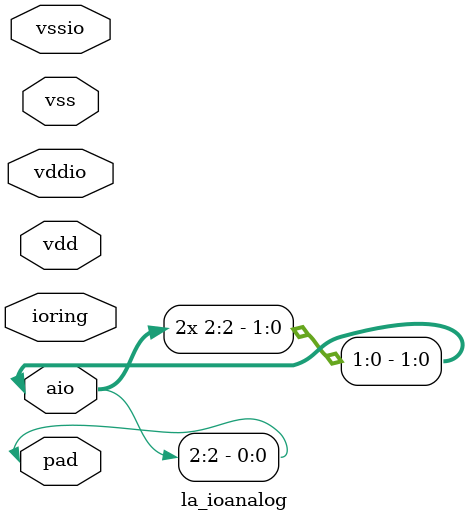
<source format=v>
/*****************************************************************************
 * Function: IO analog pass-through cell
 * Copyright: Lambda Project Authors. ALl rights Reserved.
 * License:  MIT (see LICENSE file in Lambda repository)
 *
 * Docs:
 *
 * aio[0] = pass through from pad (with esd clamp)
 * aio[1] = small series resistance
 * aio[2] = big series resistance
 *
 ****************************************************************************/
module la_ioanalog
  #(
    parameter TYPE = "DEFAULT", // cell type
    parameter SIDE  = "NO",     // "NO", "SO", "EA", "WE"
    parameter RINGW =  8        // width of io ring
    )
   (// io pad signals
    inout 	      pad, // bidirectional pad signal
    inout 	      vdd, // core supply
    inout 	      vss, // core ground
    inout 	      vddio, // io supply
    inout 	      vssio, // io ground
    inout [RINGW-1:0] ioring, // generic io-ring interface
    // core interface
    inout [2:0]       aio // analog core signal
    );


`ifdef VERILATOR
   // TODO!: input only for verilator bases simulation
   assign aio[0] = pad;
   assign aio[1] = pad;
   assign aio[2] = pad;

`elsif YOSYS
   assign pad=aio[0];
   assign pad=aio[1];
   assign pad=aio[2];
   assign aio[0] = pad;
   assign aio[1] = pad;
   assign aio[2] = pad;

`else

   // replace tran with alias in order to work in Yosis
   la_pt la_pt_0(pad,aio[0]);
   la_pt la_pt_1(pad,aio[1]);
   la_pt la_pt_2(pad,aio[2]);
//   tran t1(pad, aio[1]);
//   tran t2(pad, aio[2]);
`endif

endmodule

</source>
